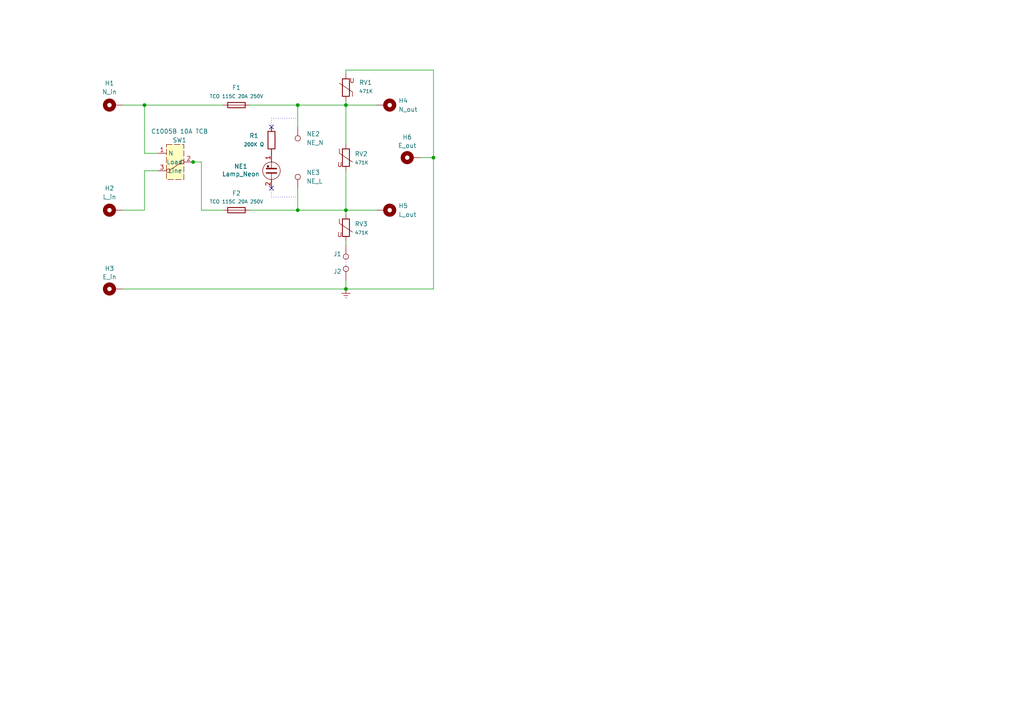
<source format=kicad_sch>
(kicad_sch (version 20230121) (generator eeschema)
  (paper "A4")
  (lib_symbols
    (symbol "Connector:TestPoint" (pin_numbers hide) (pin_names (offset 0.762) hide)
      (property "Reference" "TP" (at 0 6.858 0))
      (property "Value" "TestPoint" (at 0 5.08 0))
      (symbol "TestPoint_0_1"
        (circle (center 0 3.302) (radius 0.762))
      )
      (symbol "TestPoint_1_1"
        (pin passive line (at 0 0 90) (length 2.54) (name "1") (number "1"))
      )
    )
    (symbol "Device:Fuse" (pin_numbers hide) (pin_names (offset 0))
      (property "Reference" "F" (at 2.032 0 90))
      (property "Value" "Fuse" (at -1.905 0 90))
      (symbol "Fuse_0_1"
        (rectangle (start -0.762 -2.54) (end 0.762 2.54) (stroke (width 0.254)))
        (polyline (pts (xy 0 2.54) (xy 0 -2.54)))
      )
      (symbol "Fuse_1_1"
        (pin passive line (at 0 3.81 270) (length 1.27) (name "~") (number "1"))
        (pin passive line (at 0 -3.81 90) (length 1.27) (name "~") (number "2"))
      )
    )
    (symbol "Device:Lamp_Neon" (pin_names (offset 0.0254) hide)
      (property "Reference" "NE" (at 0.635 3.81 0))
      (property "Value" "Lamp_Neon" (at 0.635 -3.81 0))
      (symbol "Lamp_Neon_0_1"
        (rectangle (start -1.524 -0.508) (end 1.524 -0.762) (fill (type outline)))
        (rectangle (start -1.524 0.762) (end 1.524 0.508) (fill (type outline)))
        (polyline (pts (xy 0 -2.54) (xy 0 -0.762)))
        (polyline (pts (xy 0 0.762) (xy 0 2.54)))
        (circle (center 0 0) (radius 2.54))
        (circle (center 1.016 -1.27) (radius 0.254) (fill (type outline)))
      )
      (symbol "Lamp_Neon_1_1"
        (pin passive line (at 0 -5.08 90) (length 2.54) (name "~") (number "1"))
        (pin passive line (at 0 5.08 270) (length 2.54) (name "~") (number "2"))
      )
    )
    (symbol "Device:R" (pin_numbers hide) (pin_names (offset 0))
      (property "Reference" "R" (at 2.032 0 90))
      (property "Value" "R" (at 0 0 90))
      (symbol "R_0_1"
        (rectangle (start -1.016 -2.54) (end 1.016 2.54) (stroke (width 0.254)))
      )
      (symbol "R_1_1"
        (pin passive line (at 0 3.81 270) (length 1.27) (name "~") (number "1"))
        (pin passive line (at 0 -3.81 90) (length 1.27) (name "~") (number "2"))
      )
    )
    (symbol "Device:Varistor" (pin_numbers hide) (pin_names (offset 0))
      (property "Reference" "RV" (at 3.175 0 90))
      (property "Value" "Varistor" (at -3.175 0 90))
      (symbol "Varistor_0_0"
        (text "U" (at -1.778 -2.032 0) (effects (font (size 1.27 1.27))))
      )
      (symbol "Varistor_0_1"
        (rectangle (start -1.016 -2.54) (end 1.016 2.54) (stroke (width 0.254)))
        (polyline (pts (xy -1.905 2.54) (xy -1.905 1.27) (xy 1.905 -1.27)))
      )
      (symbol "Varistor_1_1"
        (pin passive line (at 0 3.81 270) (length 1.27) (name "~") (number "1"))
        (pin passive line (at 0 -3.81 90) (length 1.27) (name "~") (number "2"))
      )
    )
    (symbol "Mechanical:MountingHole_Pad" (pin_numbers hide) (pin_names (offset 1.016) hide)
      (property "Reference" "H" (at 0 6.35 0))
      (property "Value" "MountingHole_Pad" (at 0 4.445 0))
      (symbol "MountingHole_Pad_0_1"
        (circle (center 0 1.27) (radius 1.27) (stroke (width 1.27)))
      )
      (symbol "MountingHole_Pad_1_1"
        (pin input line (at 0 -2.54 90) (length 2.54) (name "1") (number "1"))
      )
    )
    (symbol "Surge:TCB"
      (property "Reference" "U" (at 0 -12.7 0))
      (symbol "TCB_0_0"
        (circle (center -1.99 -2.54) (radius 0.508))
      )
      (symbol "TCB_0_1"
        (polyline (pts (xy -1.482 -2.286) (xy 1.6168 -0.254)))
        (circle (center 2.074 0) (radius 0.508))
      )
      (symbol "TCB_1_1"
        (rectangle (start -2.54 5.08) (end 2.54 -5.08) (stroke (width 0) (type dash)) (fill (type background)))
        (pin passive line (at -5.08 2.54 0) (length 2.54) (name "N") (number "1"))
        (pin passive line (at 5.2 0 180) (length 2.54) (name "Load") (number "2"))
        (pin passive line (at -5.08 -2.54 0) (length 2.54) (name "Line") (number "3"))
      )
    )
    (symbol "power:Earth" (power) (pin_names (offset 0))
      (symbol "Earth_0_1"
        (polyline (pts (xy -0.635 -1.905) (xy 0.635 -1.905)))
        (polyline (pts (xy -0.127 -2.54) (xy 0.127 -2.54)))
        (polyline (pts (xy 0 -1.27) (xy 0 0)))
        (polyline (pts (xy 1.27 -1.27) (xy -1.27 -1.27)))
      )
      (symbol "Earth_1_1"
        (pin power_in line (at 0 0 270) (length 0) hide (name "Earth") (number "1"))
      )
    )
  )
  (junction (at 100.33 60.96))
  (junction (at 100.33 83.82))
  (junction (at 86.36 30.48))
  (junction (at 86.36 60.96))
  (junction (at 100.33 30.48))
  (junction (at 56 46.99))
  (junction (at 125.73 45.72))
  (junction (at 41.91 30.48))
  (no_connect (at 78.74 54.61))
  (no_connect (at 78.74 36.83))
  (wire (pts (xy 121.92 45.72) (xy 125.73 45.72)))
  (wire (pts (xy 100.33 60.96) (xy 109.22 60.96)))
  (wire (pts (xy 41.91 44.45) (xy 45.72 44.45)))
  (wire (pts (xy 86.36 54.61) (xy 86.36 60.96)))
  (wire (pts (xy 58.42 60.96) (xy 64.77 60.96)))
  (wire (pts (xy 35.56 30.48) (xy 41.91 30.48)))
  (polyline (pts (xy 78.74 34.29) (xy 86.36 34.29)) (stroke (width 0) (type dot)))
  (wire (pts (xy 58.42 46.99) (xy 58.42 60.96)))
  (wire (pts (xy 100.33 60.96) (xy 100.33 62.23)))
  (wire (pts (xy 35.56 83.82) (xy 100.33 83.82)))
  (wire (pts (xy 86.36 60.96) (xy 100.33 60.96)))
  (wire (pts (xy 41.91 30.48) (xy 64.77 30.48)))
  (wire (pts (xy 100.33 69.85) (xy 100.33 71.12)))
  (polyline (pts (xy 78.74 57.15) (xy 86.36 57.15)) (stroke (width 0) (type dot)))
  (wire (pts (xy 41.91 30.48) (xy 41.91 44.45)))
  (wire (pts (xy 100.33 21.59) (xy 100.33 20.32)))
  (wire (pts (xy 41.91 49.53) (xy 45.72 49.53)))
  (wire (pts (xy 100.33 81.28) (xy 100.33 83.82)))
  (wire (pts (xy 125.73 45.72) (xy 125.73 83.82)))
  (wire (pts (xy 100.33 49.53) (xy 100.33 60.96)))
  (wire (pts (xy 100.33 30.48) (xy 100.33 41.91)))
  (wire (pts (xy 125.73 83.82) (xy 100.33 83.82)))
  (wire (pts (xy 100.33 30.48) (xy 100.33 29.21)))
  (wire (pts (xy 56 46.99) (xy 58.42 46.99)))
  (polyline (pts (xy 78.74 54.61) (xy 78.74 57.15)) (stroke (width 0) (type dot)))
  (polyline (pts (xy 78.74 36.83) (xy 78.74 34.29)) (stroke (width 0) (type dot)))
  (wire (pts (xy 100.33 30.48) (xy 109.22 30.48)))
  (wire (pts (xy 125.73 20.32) (xy 125.73 45.72)))
  (wire (pts (xy 72.39 30.48) (xy 86.36 30.48)))
  (wire (pts (xy 86.36 36.83) (xy 86.36 30.48)))
  (wire (pts (xy 41.91 60.96) (xy 41.91 49.53)))
  (wire (pts (xy 55.88 46.99) (xy 56 46.99)))
  (wire (pts (xy 86.36 30.48) (xy 100.33 30.48)))
  (wire (pts (xy 72.39 60.96) (xy 86.36 60.96)))
  (wire (pts (xy 35.56 60.96) (xy 41.91 60.96)))
  (polyline (pts (xy 100.33 78.74) (xy 100.33 73.66)) (stroke (width 0) (type dot)))
  (wire (pts (xy 100.33 20.32) (xy 125.73 20.32)))
  (symbol (lib_id "Mechanical:MountingHole_Pad") (at 33.02 60.96 90) (unit 1)
    (property "Reference" "H2" (at 31.75 54.61 90))
    (property "Value" "L_in" (at 31.75 57.15 90))
    (property "Footprint" "Surge_Library:I_Hole" (effects hide))
  )
  (symbol (lib_id "Mechanical:MountingHole_Pad") (at 111.76 60.96 270) (unit 1)
    (property "Reference" "H5" (at 115.57 59.69 90) (effects (justify left)))
    (property "Value" "L_out" (at 115.57 62.23 90) (effects (justify left)))
    (property "Footprint" "Surge_Library:L_Hole" (effects hide))
  )
  (symbol (lib_id "Device:Fuse") (at 68.58 30.48 270) (unit 1)
    (property "Reference" "F1" (at 68.58 25.4 90))
    (property "Value" "TCO 115C 20A 250V" (at 68.58 27.94 90) (effects (font (size 1 1))))
    (property "Footprint" "Capacitor_THT:C_Rect_L10.3mm_W5.0mm_P7.50mm_MKS4" (effects hide))
  )
  (symbol (lib_id "Device:R") (at 78.74 40.64 0) (unit 1) (on_board no)
    (property "Reference" "R1" (at 73.66 39.37 0))
    (property "Value" "200K Ω" (at 73.66 41.91 0) (effects (font (size 1 1))))
    (property "Footprint" "Resistor_THT:R_Axial_DIN0414_L11.9mm_D4.5mm_P15.24mm_Horizontal" (effects hide))
  )
  (symbol (lib_id "Device:Varistor") (at 100.33 66.04 0) (unit 1)
    (property "Reference" "RV3" (at 102.87 64.9633 0) (effects (justify left)))
    (property "Value" "471K" (at 102.87 67.5032 0) (effects (font (size 1 1)) (justify left)))
    (property "Footprint" "Varistor:RV_Disc_D21.5mm_W4.7mm_P10mm" (effects hide))
    (property "Sim.Name" "kicad_builtin_varistor" (effects hide))
    (property "Sim.Device" "SUBCKT" (effects hide))
    (property "Sim.Pins" "1=A 2=B" (effects hide))
    (property "Sim.Params" "threshold=1k" (effects hide))
    (property "Sim.Library" "${KICAD7_SYMBOL_DIR}/Simulation_SPICE.sp" (effects hide))
  )
  (symbol (lib_id "Device:Lamp_Neon") (at 78.74 49.53 180) (unit 1) (on_board no)
    (property "Reference" "NE1" (at 69.85 48.26 0))
    (property "Value" "Lamp_Neon" (at 69.85 50.4769 0))
    (property "Footprint" "Surge_Library:NE2" (effects hide))
  )
  (symbol (lib_id "Connector:TestPoint") (at 100.33 71.12 180) (unit 1) (in_bom no)
    (property "Reference" "J1" (at 99.06 73.66 0) (effects (justify left)))
    (property "Value" " " (at 99.06 74.93 0) (effects (justify left)))
    (property "Footprint" "Surge_Library:NEmount" (effects hide))
  )
  (symbol (lib_id "Connector:TestPoint") (at 100.33 81.28 0) (unit 1) (in_bom no)
    (property "Reference" "J2" (at 99.06 78.74 0) (effects (justify right)))
    (property "Value" " " (at 99.06 81.28 0) (effects (justify right)))
    (property "Footprint" "Surge_Library:NEmount" (effects hide))
  )
  (symbol (lib_id "Mechanical:MountingHole_Pad") (at 119.38 45.72 90) (unit 1)
    (property "Reference" "H6" (at 118.11 39.7977 90))
    (property "Value" "E_out" (at 118.11 42.2219 90))
    (property "Footprint" "Surge_Library:I_Hole" (effects hide))
  )
  (symbol (lib_id "Connector:TestPoint") (at 86.36 54.61 0) (unit 1) (in_bom no)
    (property "Reference" "NE3" (at 88.9 50.038 0) (effects (justify left)))
    (property "Value" "NE_L" (at 88.9 52.578 0) (effects (justify left)))
    (property "Footprint" "Surge_Library:NEmount" (effects hide))
  )
  (symbol (lib_id "Mechanical:MountingHole_Pad") (at 33.02 30.48 90) (unit 1)
    (property "Reference" "H1" (at 31.75 24.13 90))
    (property "Value" "N_in" (at 31.75 26.67 90))
    (property "Footprint" "Surge_Library:I_Hole" (effects hide))
  )
  (symbol (lib_id "Device:Varistor") (at 100.33 45.72 0) (unit 1)
    (property "Reference" "RV2" (at 102.87 44.6433 0) (effects (justify left)))
    (property "Value" "471K" (at 102.87 47.1832 0) (effects (font (size 1 1)) (justify left)))
    (property "Footprint" "Varistor:RV_Disc_D21.5mm_W4.7mm_P10mm" (effects hide))
    (property "Sim.Name" "kicad_builtin_varistor" (effects hide))
    (property "Sim.Device" "SUBCKT" (effects hide))
    (property "Sim.Pins" "1=A 2=B" (effects hide))
    (property "Sim.Params" "threshold=1k" (effects hide))
    (property "Sim.Library" "${KICAD7_SYMBOL_DIR}/Simulation_SPICE.sp" (effects hide))
  )
  (symbol (lib_id "Surge:TCB") (at 50.8 46.99 0) (unit 1)
    (property "Reference" "SW1" (at 52.07 40.64 0))
    (property "Value" "C1005B 10A TCB" (at 52.07 38.1 0))
    (property "Footprint" "Surge_Library:Switch" (effects hide))
  )
  (symbol (lib_id "power:Earth") (at 100.33 83.82 0) (unit 1)
    (property "Reference" "#PWR01" (effects hide))
    (property "Value" "Earth" (effects hide))
  )
  (symbol (lib_id "Device:Varistor") (at 100.33 25.4 180) (unit 1)
    (property "Reference" "RV1" (at 104.14 23.9367 0) (effects (justify right)))
    (property "Value" "471K" (at 104.14 26.4766 0) (effects (font (size 1 1)) (justify right)))
    (property "Footprint" "Varistor:RV_Disc_D21.5mm_W4.7mm_P10mm" (effects hide))
    (property "Sim.Name" "kicad_builtin_varistor" (effects hide))
    (property "Sim.Device" "SUBCKT" (effects hide))
    (property "Sim.Pins" "1=A 2=B" (effects hide))
    (property "Sim.Params" "threshold=1k" (effects hide))
    (property "Sim.Library" "${KICAD7_SYMBOL_DIR}/Simulation_SPICE.sp" (effects hide))
  )
  (symbol (lib_id "Mechanical:MountingHole_Pad") (at 33.02 83.82 90) (unit 1)
    (property "Reference" "H3" (at 31.75 77.8977 90))
    (property "Value" "E_in" (at 31.75 80.3219 90))
    (property "Footprint" "Surge_Library:I_Hole" (effects hide))
  )
  (symbol (lib_id "Mechanical:MountingHole_Pad") (at 111.76 30.48 270) (unit 1)
    (property "Reference" "H4" (at 115.57 29.21 90) (effects (justify left)))
    (property "Value" "N_out" (at 115.57 31.75 90) (effects (justify left)))
    (property "Footprint" "Surge_Library:L_Hole" (effects hide))
  )
  (symbol (lib_id "Device:Fuse") (at 68.58 60.96 270) (unit 1)
    (property "Reference" "F2" (at 68.58 56.0537 90))
    (property "Value" "TCO 115C 20A 250V" (at 68.58 58.4779 90) (effects (font (size 1 1))))
    (property "Footprint" "Capacitor_THT:C_Rect_L10.3mm_W5.0mm_P7.50mm_MKS4" (effects hide))
  )
  (symbol (lib_id "Connector:TestPoint") (at 86.36 36.83 180) (unit 1) (in_bom no)
    (property "Reference" "NE2" (at 88.9 38.862 0) (effects (justify right)))
    (property "Value" "NE_N" (at 88.9 41.402 0) (effects (justify right)))
    (property "Footprint" "Surge_Library:NEmount" (effects hide))
  )
)
</source>
